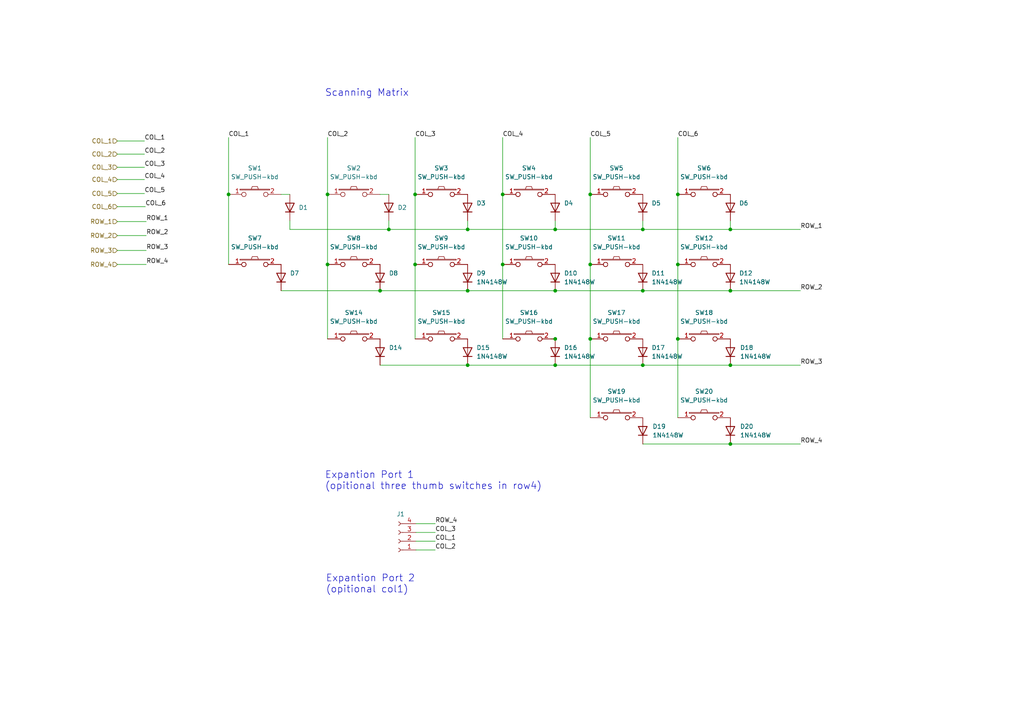
<source format=kicad_sch>
(kicad_sch (version 20211123) (generator eeschema)
  (paper "A4")
  (lib_symbols
    (symbol "Connector:Conn_01x04_Female" (pin_names (offset 1.016) hide)
      (property "Reference" "J" (at 0 5.08 0))
      (property "Value" "Conn_01x04_Female" (at 0 -7.62 0))
      (symbol "Conn_01x04_Female_1_1"
        (arc (start 0 -4.572) (mid -0.508 -5.08) (end 0 -5.588) (stroke (width 0.1524)))
        (arc (start 0 -2.032) (mid -0.508 -2.54) (end 0 -3.048) (stroke (width 0.1524)))
        (polyline (pts (xy -1.27 -5.08) (xy -0.508 -5.08)) (stroke (width 0.1524)))
        (polyline (pts (xy -1.27 -2.54) (xy -0.508 -2.54)) (stroke (width 0.1524)))
        (polyline (pts (xy -1.27 0) (xy -0.508 0)) (stroke (width 0.1524)))
        (polyline (pts (xy -1.27 2.54) (xy -0.508 2.54)) (stroke (width 0.1524)))
        (arc (start 0 0.508) (mid -0.508 0) (end 0 -0.508) (stroke (width 0.1524)))
        (arc (start 0 3.048) (mid -0.508 2.54) (end 0 2.032) (stroke (width 0.1524)))
        (pin passive line (at -5.08 2.54 0) (length 3.81) (name "Pin_1") (number "1"))
        (pin passive line (at -5.08 0 0) (length 3.81) (name "Pin_2") (number "2"))
        (pin passive line (at -5.08 -2.54 0) (length 3.81) (name "Pin_3") (number "3"))
        (pin passive line (at -5.08 -5.08 0) (length 3.81) (name "Pin_4") (number "4"))
      )
    )
    (symbol "mysymbol:1N4148W" (pin_numbers hide) (pin_names (offset 1.016) hide)
      (property "Reference" "D?" (at 2.54 1.2701 90))
      (symbol "1N4148W_0_1"
        (polyline (pts (xy -1.27 1.27) (xy -1.27 -1.27)) (stroke (width 0.254)))
        (polyline (pts (xy 1.27 0) (xy -1.27 0)))
        (polyline (pts (xy 1.27 1.27) (xy 1.27 -1.27) (xy -1.27 0) (xy 1.27 1.27)) (stroke (width 0.254)))
      )
      (symbol "1N4148W_1_1"
        (pin passive line (at -3.81 0 0) (length 2.54) (name "K") (number "1"))
        (pin passive line (at 3.81 0 180) (length 2.54) (name "A") (number "2"))
      )
    )
    (symbol "mysymbol:SW_PUSH-kbd" (pin_names (offset 1.016) hide)
      (property "Reference" "SW1" (at 3.81 2.794 0))
      (symbol "SW_PUSH-kbd_0_1"
        (rectangle (start -4.318 1.27) (end 4.318 1.524))
        (polyline (pts (xy -1.016 1.524) (xy -0.762 2.286) (xy 0.762 2.286) (xy 1.016 1.524)))
        (pin passive inverted (at -7.62 0 0) (length 5.08) (name "1") (number "1"))
        (pin passive inverted (at 7.62 0 180) (length 5.08) (name "2") (number "2"))
      )
    )
  )
  (junction (at 135.636 66.548))
  (junction (at 94.996 56.388))
  (junction (at 211.836 128.778))
  (junction (at 196.596 76.708))
  (junction (at 112.776 66.548))
  (junction (at 145.796 56.388))
  (junction (at 211.836 105.918))
  (junction (at 161.036 98.298))
  (junction (at 171.196 56.388))
  (junction (at 120.396 56.388))
  (junction (at 120.396 76.708))
  (junction (at 135.636 84.328))
  (junction (at 135.636 105.918))
  (junction (at 171.196 98.298))
  (junction (at 171.196 76.708))
  (junction (at 196.596 98.298))
  (junction (at 94.996 76.708))
  (junction (at 211.836 66.548))
  (junction (at 211.836 84.328))
  (junction (at 161.036 84.328))
  (junction (at 66.294 56.388))
  (junction (at 161.036 105.918))
  (junction (at 145.796 76.708))
  (junction (at 186.436 105.918))
  (junction (at 186.436 66.548))
  (junction (at 110.236 84.328))
  (junction (at 186.436 84.328))
  (junction (at 161.036 66.548))
  (junction (at 196.596 56.388))
  (wire (pts (xy 120.396 76.708) (xy 120.396 98.298)))
  (wire (pts (xy 145.796 76.708) (xy 145.796 98.298)))
  (wire (pts (xy 161.036 105.918) (xy 186.436 105.918)))
  (wire (pts (xy 81.534 84.328) (xy 110.236 84.328)))
  (wire (pts (xy 135.636 84.328) (xy 161.036 84.328)))
  (wire (pts (xy 186.436 66.548) (xy 211.836 66.548)))
  (wire (pts (xy 94.996 56.388) (xy 94.996 76.708)))
  (wire (pts (xy 110.236 84.328) (xy 135.636 84.328)))
  (wire (pts (xy 211.836 64.008) (xy 211.836 66.548)))
  (wire (pts (xy 211.836 66.548) (xy 232.156 66.548)))
  (wire (pts (xy 161.036 64.008) (xy 161.036 66.548)))
  (wire (pts (xy 186.436 128.778) (xy 211.836 128.778)))
  (wire (pts (xy 161.036 84.328) (xy 186.436 84.328)))
  (wire (pts (xy 34.036 44.704) (xy 41.91 44.704)))
  (wire (pts (xy 34.036 68.326) (xy 42.418 68.326)))
  (wire (pts (xy 120.65 159.512) (xy 126.238 159.512)))
  (wire (pts (xy 34.036 64.262) (xy 42.418 64.262)))
  (wire (pts (xy 211.836 105.918) (xy 232.156 105.918)))
  (wire (pts (xy 211.836 84.328) (xy 232.156 84.328)))
  (wire (pts (xy 94.996 39.878) (xy 94.996 56.388)))
  (wire (pts (xy 34.036 48.514) (xy 41.91 48.514)))
  (wire (pts (xy 120.396 56.388) (xy 120.396 76.708)))
  (wire (pts (xy 186.436 105.918) (xy 211.836 105.918)))
  (wire (pts (xy 161.036 66.548) (xy 186.436 66.548)))
  (wire (pts (xy 196.596 39.878) (xy 196.596 56.388)))
  (wire (pts (xy 110.236 56.388) (xy 112.776 56.388)))
  (wire (pts (xy 145.796 56.388) (xy 145.796 76.708)))
  (wire (pts (xy 196.596 56.388) (xy 196.596 76.708)))
  (wire (pts (xy 196.596 76.708) (xy 196.596 98.298)))
  (wire (pts (xy 135.636 105.918) (xy 161.036 105.918)))
  (wire (pts (xy 171.196 76.708) (xy 171.196 98.298)))
  (wire (pts (xy 110.236 105.918) (xy 135.636 105.918)))
  (wire (pts (xy 66.294 39.878) (xy 66.294 56.388)))
  (wire (pts (xy 84.074 64.008) (xy 84.074 66.548)))
  (wire (pts (xy 34.036 40.894) (xy 41.91 40.894)))
  (wire (pts (xy 120.65 151.892) (xy 126.238 151.892)))
  (wire (pts (xy 34.036 76.708) (xy 42.418 76.708)))
  (wire (pts (xy 81.534 56.388) (xy 84.074 56.388)))
  (wire (pts (xy 84.074 66.548) (xy 112.776 66.548)))
  (wire (pts (xy 34.036 56.134) (xy 41.91 56.134)))
  (wire (pts (xy 186.436 64.008) (xy 186.436 66.548)))
  (wire (pts (xy 159.766 98.298) (xy 161.036 98.298)))
  (wire (pts (xy 34.036 59.944) (xy 42.164 59.944)))
  (wire (pts (xy 34.036 52.07) (xy 41.91 52.07)))
  (wire (pts (xy 120.65 156.972) (xy 126.238 156.972)))
  (wire (pts (xy 94.996 76.708) (xy 94.996 98.298)))
  (wire (pts (xy 186.436 84.328) (xy 211.836 84.328)))
  (wire (pts (xy 112.776 64.008) (xy 112.776 66.548)))
  (wire (pts (xy 196.596 98.298) (xy 196.596 121.158)))
  (wire (pts (xy 145.796 39.878) (xy 145.796 56.388)))
  (wire (pts (xy 171.196 98.298) (xy 171.196 121.158)))
  (wire (pts (xy 66.294 56.388) (xy 66.294 76.708)))
  (wire (pts (xy 112.776 66.548) (xy 135.636 66.548)))
  (wire (pts (xy 171.196 56.388) (xy 171.196 76.708)))
  (wire (pts (xy 34.036 72.644) (xy 42.418 72.644)))
  (wire (pts (xy 135.636 66.548) (xy 161.036 66.548)))
  (wire (pts (xy 211.836 128.778) (xy 232.156 128.778)))
  (wire (pts (xy 120.65 154.432) (xy 126.238 154.432)))
  (wire (pts (xy 120.396 39.878) (xy 120.396 56.388)))
  (wire (pts (xy 171.196 39.878) (xy 171.196 56.388)))
  (wire (pts (xy 135.636 64.008) (xy 135.636 66.548)))
  (text "Scanning Matrix" (at 94.234 28.194 0) (effects (font (size 2 2)) (justify left bottom)))
  (text "Expantion Port 2\n(opitional col1)" (at 94.488 172.212 0) (effects (font (size 2 2)) (justify left bottom)))
  (text "Expantion Port 1\n(opitional three thumb switches in row4)" (at 94.234 142.24 0) (effects (font (size 2 2)) (justify left bottom)))
  (label "COL_2" (at 94.996 39.878 0))
  (label "COL_1" (at 126.238 156.972 0))
  (label "ROW_3" (at 42.418 72.644 0))
  (label "COL_2" (at 41.91 44.704 0))
  (label "COL_6" (at 196.596 39.878 0))
  (label "ROW_3" (at 232.156 105.918 0))
  (label "ROW_1" (at 42.418 64.262 0))
  (label "COL_5" (at 171.196 39.878 0))
  (label "ROW_4" (at 42.418 76.708 0))
  (label "COL_4" (at 145.796 39.878 0))
  (label "COL_3" (at 120.396 39.878 0))
  (label "ROW_2" (at 232.156 84.328 0))
  (label "COL_1" (at 41.91 40.894 0))
  (label "COL_4" (at 41.91 52.07 0))
  (label "COL_2" (at 126.238 159.512 0))
  (label "COL_6" (at 42.164 59.944 0))
  (label "ROW_4" (at 126.238 151.892 0))
  (label "COL_3" (at 126.238 154.432 0))
  (label "ROW_1" (at 232.156 66.548 0))
  (label "COL_3" (at 41.91 48.514 0))
  (label "ROW_4" (at 232.156 128.778 0))
  (label "COL_1" (at 66.294 39.878 0))
  (label "ROW_2" (at 42.418 68.326 0))
  (label "COL_5" (at 41.91 56.134 0))
  (hierarchical_label "COL_2" (shape input) (at 34.036 44.704 180))
  (hierarchical_label "ROW_3" (shape input) (at 34.036 72.644 180))
  (hierarchical_label "COL_5" (shape input) (at 34.036 56.134 180))
  (hierarchical_label "ROW_2" (shape input) (at 34.036 68.326 180))
  (hierarchical_label "COL_4" (shape input) (at 34.036 52.07 180))
  (hierarchical_label "COL_6" (shape input) (at 34.036 59.944 180))
  (hierarchical_label "COL_1" (shape input) (at 34.036 40.894 180))
  (hierarchical_label "ROW_4" (shape input) (at 34.036 76.708 180))
  (hierarchical_label "ROW_1" (shape input) (at 34.036 64.262 180))
  (hierarchical_label "COL_3" (shape input) (at 34.036 48.514 180))
  (symbol (lib_id "mysymbol:SW_PUSH-kbd") (at 204.216 76.708 0) (unit 1)
    (property "Reference" "SW12" (at 204.216 69.088 0))
    (property "Value" "SW_PUSH-kbd" (at 204.216 71.628 0))
    (property "Footprint" "mylib:Kailh_Choc_Hotplug" (effects hide))
  )
  (symbol (lib_id "mysymbol:1N4148W") (at 161.036 80.518 90) (unit 1)
    (property "Reference" "D10" (at 163.576 79.2479 90) (effects (justify right)))
    (property "Value" "1N4148W" (at 163.576 81.7879 90) (effects (justify right)))
    (property "Footprint" "mylib:Diode" (effects hide))
    (property "Datasheet" "https://www.vishay.com/docs/85748/1n4148w.pdf" (effects hide))
  )
  (symbol (lib_id "mysymbol:SW_PUSH-kbd") (at 128.016 56.388 0) (unit 1)
    (property "Reference" "SW3" (at 128.016 48.768 0))
    (property "Value" "SW_PUSH-kbd" (at 128.016 51.308 0))
    (property "Footprint" "mylib:Kailh_Choc_Hotplug" (effects hide))
  )
  (symbol (lib_id "mysymbol:SW_PUSH-kbd") (at 128.016 76.708 0) (unit 1)
    (property "Reference" "SW9" (at 128.016 69.088 0))
    (property "Value" "SW_PUSH-kbd" (at 128.016 71.628 0))
    (property "Footprint" "mylib:Kailh_Choc_Hotplug" (effects hide))
  )
  (symbol (lib_id "mysymbol:SW_PUSH-kbd") (at 204.216 98.298 0) (unit 1)
    (property "Reference" "SW18" (at 204.216 90.678 0))
    (property "Value" "SW_PUSH-kbd" (at 204.216 93.218 0))
    (property "Footprint" "mylib:Kailh_Choc_Hotplug" (effects hide))
  )
  (symbol (lib_id "mysymbol:1N4148W") (at 161.036 102.108 90) (unit 1)
    (property "Reference" "D16" (at 163.576 100.8379 90) (effects (justify right)))
    (property "Value" "1N4148W" (at 163.576 103.3779 90) (effects (justify right)))
    (property "Footprint" "mylib:Diode" (effects hide))
    (property "Datasheet" "https://www.vishay.com/docs/85748/1n4148w.pdf" (effects hide))
  )
  (symbol (lib_id "Connector:Conn_01x04_Female") (at 115.57 156.972 180) (unit 1) (in_bom no)
    (property "Reference" "J1" (at 116.205 149.098 0))
    (property "Value" "expantion1" (effects hide))
    (property "Footprint" "mylib:Magnetic-PogoPin-1x04-Female" (effects hide))
  )
  (symbol (lib_id "mysymbol:SW_PUSH-kbd") (at 204.216 121.158 0) (unit 1)
    (property "Reference" "SW20" (at 204.216 113.538 0))
    (property "Value" "SW_PUSH-kbd" (at 204.216 116.078 0))
    (property "Footprint" "mylib:Kailh_Choc_Hotplug" (effects hide))
  )
  (symbol (lib_id "mysymbol:1N4148W") (at 211.836 124.968 90) (unit 1)
    (property "Reference" "D20" (at 214.63 123.6979 90) (effects (justify right)))
    (property "Value" "1N4148W" (at 214.63 126.2379 90) (effects (justify right)))
    (property "Footprint" "mylib:Diode" (effects hide))
    (property "Datasheet" "https://www.vishay.com/docs/85748/1n4148w.pdf" (effects hide))
  )
  (symbol (lib_id "mysymbol:1N4148W") (at 84.074 60.198 90) (unit 1)
    (property "Reference" "D1" (at 86.614 60.1979 90) (effects (justify right)))
    (property "Value" "1N4148W" (effects hide))
    (property "Footprint" "mylib:Diode" (effects hide))
    (property "Datasheet" "https://www.vishay.com/docs/85748/1n4148w.pdf" (effects hide))
  )
  (symbol (lib_id "mysymbol:SW_PUSH-kbd") (at 153.416 76.708 0) (unit 1)
    (property "Reference" "SW10" (at 153.416 69.088 0))
    (property "Value" "SW_PUSH-kbd" (at 153.416 71.628 0))
    (property "Footprint" "mylib:Kailh_Choc_Hotplug" (effects hide))
  )
  (symbol (lib_id "mysymbol:SW_PUSH-kbd") (at 102.616 98.298 0) (unit 1)
    (property "Reference" "SW14" (at 102.616 90.678 0))
    (property "Value" "SW_PUSH-kbd" (at 102.616 93.218 0))
    (property "Footprint" "mylib:Kailh_Choc_Hotplug" (effects hide))
  )
  (symbol (lib_id "mysymbol:SW_PUSH-kbd") (at 178.816 56.388 0) (unit 1)
    (property "Reference" "SW5" (at 178.816 48.768 0))
    (property "Value" "SW_PUSH-kbd" (at 178.816 51.308 0))
    (property "Footprint" "mylib:Kailh_Choc_Hotplug" (effects hide))
  )
  (symbol (lib_id "mysymbol:1N4148W") (at 186.436 80.518 90) (unit 1)
    (property "Reference" "D11" (at 188.976 79.2479 90) (effects (justify right)))
    (property "Value" "1N4148W" (at 188.976 81.7879 90) (effects (justify right)))
    (property "Footprint" "mylib:Diode" (effects hide))
    (property "Datasheet" "https://www.vishay.com/docs/85748/1n4148w.pdf" (effects hide))
  )
  (symbol (lib_id "mysymbol:1N4148W") (at 135.636 102.108 90) (unit 1)
    (property "Reference" "D15" (at 138.176 100.8379 90) (effects (justify right)))
    (property "Value" "1N4148W" (at 138.176 103.3779 90) (effects (justify right)))
    (property "Footprint" "mylib:Diode" (effects hide))
    (property "Datasheet" "https://www.vishay.com/docs/85748/1n4148w.pdf" (effects hide))
  )
  (symbol (lib_id "mysymbol:1N4148W") (at 110.236 102.108 90) (unit 1)
    (property "Reference" "D14" (at 112.776 100.8379 90) (effects (justify right)))
    (property "Value" "1N4148W" (effects hide))
    (property "Footprint" "mylib:Diode" (effects hide))
    (property "Datasheet" "https://www.vishay.com/docs/85748/1n4148w.pdf" (effects hide))
  )
  (symbol (lib_id "mysymbol:1N4148W") (at 81.534 80.518 90) (unit 1)
    (property "Reference" "D7" (at 84.074 79.2479 90) (effects (justify right)))
    (property "Value" "1N4148W" (effects hide))
    (property "Footprint" "mylib:Diode" (effects hide))
    (property "Datasheet" "https://www.vishay.com/docs/85748/1n4148w.pdf" (effects hide))
  )
  (symbol (lib_id "mysymbol:1N4148W") (at 186.436 124.968 90) (unit 1)
    (property "Reference" "D19" (at 189.23 123.6979 90) (effects (justify right)))
    (property "Value" "1N4148W" (at 189.23 126.2379 90) (effects (justify right)))
    (property "Footprint" "mylib:Diode" (effects hide))
    (property "Datasheet" "https://www.vishay.com/docs/85748/1n4148w.pdf" (effects hide))
  )
  (symbol (lib_id "mysymbol:1N4148W") (at 110.236 80.518 90) (unit 1)
    (property "Reference" "D8" (at 112.776 79.2479 90) (effects (justify right)))
    (property "Value" "1N4148W" (effects hide))
    (property "Footprint" "mylib:Diode" (effects hide))
    (property "Datasheet" "https://www.vishay.com/docs/85748/1n4148w.pdf" (effects hide))
  )
  (symbol (lib_id "mysymbol:SW_PUSH-kbd") (at 153.416 56.388 0) (unit 1)
    (property "Reference" "SW4" (at 153.416 48.768 0))
    (property "Value" "SW_PUSH-kbd" (at 153.416 51.308 0))
    (property "Footprint" "mylib:Kailh_Choc_Hotplug" (effects hide))
  )
  (symbol (lib_id "mysymbol:SW_PUSH-kbd") (at 204.216 56.388 0) (unit 1)
    (property "Reference" "SW6" (at 204.216 48.768 0))
    (property "Value" "SW_PUSH-kbd" (at 204.216 51.308 0))
    (property "Footprint" "mylib:Kailh_Choc_Hotplug" (effects hide))
  )
  (symbol (lib_id "mysymbol:1N4148W") (at 161.036 60.198 90) (unit 1)
    (property "Reference" "D4" (at 163.576 58.9279 90) (effects (justify right)))
    (property "Value" "1N4148W" (effects hide))
    (property "Footprint" "mylib:Diode" (effects hide))
    (property "Datasheet" "https://www.vishay.com/docs/85748/1n4148w.pdf" (effects hide))
  )
  (symbol (lib_id "mysymbol:1N4148W") (at 112.776 60.198 90) (unit 1)
    (property "Reference" "D2" (at 115.316 60.1979 90) (effects (justify right)))
    (property "Value" "1N4148W" (effects hide))
    (property "Footprint" "mylib:Diode" (effects hide))
    (property "Datasheet" "https://www.vishay.com/docs/85748/1n4148w.pdf" (effects hide))
  )
  (symbol (lib_id "mysymbol:1N4148W") (at 135.636 60.198 90) (unit 1)
    (property "Reference" "D3" (at 138.176 58.9279 90) (effects (justify right)))
    (property "Value" "1N4148W" (effects hide))
    (property "Footprint" "mylib:Diode" (effects hide))
    (property "Datasheet" "https://www.vishay.com/docs/85748/1n4148w.pdf" (effects hide))
  )
  (symbol (lib_id "mysymbol:SW_PUSH-kbd") (at 128.016 98.298 0) (unit 1)
    (property "Reference" "SW15" (at 128.016 90.678 0))
    (property "Value" "SW_PUSH-kbd" (at 128.016 93.218 0))
    (property "Footprint" "mylib:Kailh_Choc_Hotplug" (effects hide))
  )
  (symbol (lib_id "mysymbol:1N4148W") (at 186.436 102.108 90) (unit 1)
    (property "Reference" "D17" (at 188.976 100.8379 90) (effects (justify right)))
    (property "Value" "1N4148W" (at 188.976 103.3779 90) (effects (justify right)))
    (property "Footprint" "mylib:Diode" (effects hide))
    (property "Datasheet" "https://www.vishay.com/docs/85748/1n4148w.pdf" (effects hide))
  )
  (symbol (lib_id "mysymbol:SW_PUSH-kbd") (at 153.416 98.298 0) (unit 1)
    (property "Reference" "SW16" (at 153.416 90.678 0))
    (property "Value" "SW_PUSH-kbd" (at 153.416 93.218 0))
    (property "Footprint" "mylib:Kailh_Choc_Hotplug" (effects hide))
  )
  (symbol (lib_id "mysymbol:SW_PUSH-kbd") (at 102.616 56.388 0) (unit 1)
    (property "Reference" "SW2" (at 102.616 48.768 0))
    (property "Value" "SW_PUSH-kbd" (at 102.616 51.308 0))
    (property "Footprint" "mylib:Kailh_Choc_Hotplug" (effects hide))
  )
  (symbol (lib_id "mysymbol:SW_PUSH-kbd") (at 102.616 76.708 0) (unit 1)
    (property "Reference" "SW8" (at 102.616 69.088 0))
    (property "Value" "SW_PUSH-kbd" (at 102.616 71.628 0))
    (property "Footprint" "mylib:Kailh_Choc_Hotplug" (effects hide))
  )
  (symbol (lib_id "mysymbol:SW_PUSH-kbd") (at 178.816 76.708 0) (unit 1)
    (property "Reference" "SW11" (at 178.816 69.088 0))
    (property "Value" "SW_PUSH-kbd" (at 178.816 71.628 0))
    (property "Footprint" "mylib:Kailh_Choc_Hotplug" (effects hide))
  )
  (symbol (lib_id "mysymbol:1N4148W") (at 211.836 80.518 90) (unit 1)
    (property "Reference" "D12" (at 214.376 79.2479 90) (effects (justify right)))
    (property "Value" "1N4148W" (at 214.376 81.7879 90) (effects (justify right)))
    (property "Footprint" "mylib:Diode" (effects hide))
    (property "Datasheet" "https://www.vishay.com/docs/85748/1n4148w.pdf" (effects hide))
  )
  (symbol (lib_id "mysymbol:1N4148W") (at 135.636 80.518 90) (unit 1)
    (property "Reference" "D9" (at 138.176 79.2479 90) (effects (justify right)))
    (property "Value" "1N4148W" (at 138.176 81.7879 90) (effects (justify right)))
    (property "Footprint" "mylib:Diode" (effects hide))
    (property "Datasheet" "https://www.vishay.com/docs/85748/1n4148w.pdf" (effects hide))
  )
  (symbol (lib_id "mysymbol:SW_PUSH-kbd") (at 73.914 76.708 0) (unit 1)
    (property "Reference" "SW7" (at 73.914 69.088 0))
    (property "Value" "SW_PUSH-kbd" (at 73.914 71.628 0))
    (property "Footprint" "mylib:Kailh_Choc_Hotplug" (effects hide))
  )
  (symbol (lib_id "mysymbol:SW_PUSH-kbd") (at 178.816 121.158 0) (unit 1)
    (property "Reference" "SW19" (at 178.816 113.538 0))
    (property "Value" "SW_PUSH-kbd" (at 178.816 116.078 0))
    (property "Footprint" "mylib:Kailh_Choc_Hotplug" (effects hide))
  )
  (symbol (lib_id "mysymbol:SW_PUSH-kbd") (at 73.914 56.388 0) (unit 1)
    (property "Reference" "SW1" (at 73.914 48.768 0))
    (property "Value" "SW_PUSH-kbd" (at 73.914 51.308 0))
    (property "Footprint" "mylib:Kailh_Choc_Hotplug" (effects hide))
  )
  (symbol (lib_id "mysymbol:1N4148W") (at 186.436 60.198 90) (unit 1)
    (property "Reference" "D5" (at 188.976 58.9279 90) (effects (justify right)))
    (property "Value" "1N4148W" (effects hide))
    (property "Footprint" "mylib:Diode" (effects hide))
    (property "Datasheet" "https://www.vishay.com/docs/85748/1n4148w.pdf" (effects hide))
  )
  (symbol (lib_id "mysymbol:SW_PUSH-kbd") (at 178.816 98.298 0) (unit 1)
    (property "Reference" "SW17" (at 178.816 90.678 0))
    (property "Value" "SW_PUSH-kbd" (at 178.816 93.218 0))
    (property "Footprint" "mylib:Kailh_Choc_Hotplug" (effects hide))
  )
  (symbol (lib_id "mysymbol:1N4148W") (at 211.836 102.108 90) (unit 1)
    (property "Reference" "D18" (at 214.63 100.8379 90) (effects (justify right)))
    (property "Value" "1N4148W" (at 214.63 103.3779 90) (effects (justify right)))
    (property "Footprint" "mylib:Diode" (effects hide))
    (property "Datasheet" "https://www.vishay.com/docs/85748/1n4148w.pdf" (effects hide))
  )
  (symbol (lib_id "mysymbol:1N4148W") (at 211.836 60.198 90) (unit 1)
    (property "Reference" "D6" (at 214.376 58.9279 90) (effects (justify right)))
    (property "Value" "1N4148W" (effects hide))
    (property "Footprint" "mylib:Diode" (effects hide))
    (property "Datasheet" "https://www.vishay.com/docs/85748/1n4148w.pdf" (effects hide))
  )
)
</source>
